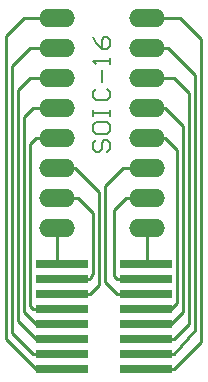
<source format=gtl>
G75*
G70*
%OFA0B0*%
%FSLAX24Y24*%
%IPPOS*%
%LPD*%
%AMOC8*
5,1,8,0,0,1.08239X$1,22.5*
%
%ADD10C,0.0070*%
%ADD11O,0.1200X0.0600*%
%ADD12R,0.1750X0.0250*%
%ADD13C,0.0100*%
D10*
X004277Y012965D02*
X004277Y012768D01*
X004178Y012670D01*
X003981Y012670D01*
X003981Y012965D01*
X004080Y013063D01*
X004178Y013063D01*
X004277Y012965D01*
X003981Y012670D02*
X003785Y012866D01*
X003686Y013063D01*
X003686Y012262D02*
X004277Y012262D01*
X004277Y012360D02*
X004277Y012163D01*
X003981Y011949D02*
X003981Y011555D01*
X004178Y011341D02*
X004277Y011243D01*
X004277Y011046D01*
X004178Y010948D01*
X003785Y010948D01*
X003686Y011046D01*
X003686Y011243D01*
X003785Y011341D01*
X003686Y010638D02*
X003686Y010441D01*
X003686Y010540D02*
X004277Y010540D01*
X004277Y010638D02*
X004277Y010441D01*
X004178Y010227D02*
X004277Y010129D01*
X004277Y009932D01*
X004178Y009834D01*
X003785Y009834D01*
X003686Y009932D01*
X003686Y010129D01*
X003785Y010227D01*
X004178Y010227D01*
X004178Y009620D02*
X004080Y009620D01*
X003981Y009521D01*
X003981Y009324D01*
X003883Y009226D01*
X003785Y009226D01*
X003686Y009324D01*
X003686Y009521D01*
X003785Y009620D01*
X004178Y009620D02*
X004277Y009521D01*
X004277Y009324D01*
X004178Y009226D01*
X003785Y012163D02*
X003686Y012262D01*
D11*
X002512Y012691D03*
X002512Y013691D03*
X002512Y011691D03*
X002512Y010691D03*
X002512Y009691D03*
X002512Y008691D03*
X002512Y007691D03*
X002512Y006691D03*
X005512Y006691D03*
X005512Y007691D03*
X005512Y008691D03*
X005512Y009691D03*
X005512Y010691D03*
X005512Y011691D03*
X005512Y012691D03*
X005512Y013691D03*
D12*
X005462Y005491D03*
X005462Y004991D03*
X005462Y004491D03*
X005462Y003991D03*
X005462Y003491D03*
X005462Y002991D03*
X005462Y002491D03*
X005462Y001991D03*
X002662Y001991D03*
X002662Y002491D03*
X002662Y002991D03*
X002662Y003491D03*
X002662Y003991D03*
X002662Y004491D03*
X002662Y004991D03*
X002662Y005491D03*
D13*
X000812Y002991D02*
X001812Y001991D01*
X002662Y001991D01*
X002662Y002491D02*
X001712Y002491D01*
X001012Y003191D01*
X001012Y012091D01*
X001612Y012691D01*
X002512Y012691D01*
X002512Y013691D02*
X002512Y013791D01*
X002412Y013691D01*
X001412Y013691D01*
X000812Y013091D01*
X000812Y002991D01*
X001212Y003591D02*
X001212Y011291D01*
X001612Y011691D01*
X002512Y011691D01*
X002512Y010691D02*
X001712Y010691D01*
X001412Y010391D01*
X001412Y003891D01*
X001812Y003491D01*
X002662Y003491D01*
X002662Y003991D02*
X001712Y003991D01*
X001612Y004091D01*
X001612Y009491D01*
X001812Y009691D01*
X002512Y009691D01*
X002512Y008691D02*
X003112Y008691D01*
X003912Y007891D01*
X003912Y004791D01*
X003612Y004491D01*
X002662Y004491D01*
X002662Y004991D02*
X003612Y004991D01*
X003712Y005191D01*
X003712Y007191D01*
X003212Y007691D01*
X002512Y007691D01*
X002512Y006691D02*
X002512Y005491D01*
X002662Y005491D01*
X001212Y003591D02*
X001812Y002991D01*
X002662Y002991D01*
X004512Y004491D02*
X004112Y004891D01*
X004112Y008091D01*
X004712Y008691D01*
X005512Y008691D01*
X005512Y009691D02*
X005412Y009691D01*
X005512Y009691D02*
X006112Y009691D01*
X006512Y009291D01*
X006512Y004191D01*
X006312Y003991D01*
X005462Y003991D01*
X005462Y004491D02*
X004512Y004491D01*
X004512Y004991D02*
X004412Y005091D01*
X004412Y007291D01*
X004812Y007691D01*
X005512Y007691D01*
X005512Y006691D02*
X005512Y005591D01*
X005412Y005491D01*
X005462Y005491D01*
X005462Y004991D02*
X004512Y004991D01*
X005462Y003491D02*
X006312Y003491D01*
X006712Y003891D01*
X006712Y010091D01*
X006112Y010691D01*
X005512Y010691D01*
X005512Y011691D02*
X006412Y011691D01*
X006912Y011191D01*
X006912Y003491D01*
X006412Y002991D01*
X005462Y002991D01*
X005462Y002491D02*
X006412Y002491D01*
X007112Y003291D01*
X007112Y011791D01*
X006212Y012691D01*
X005512Y012691D01*
X005512Y013691D02*
X006612Y013691D01*
X007312Y012991D01*
X007312Y002891D01*
X006412Y001991D01*
X005462Y001991D01*
M02*

</source>
